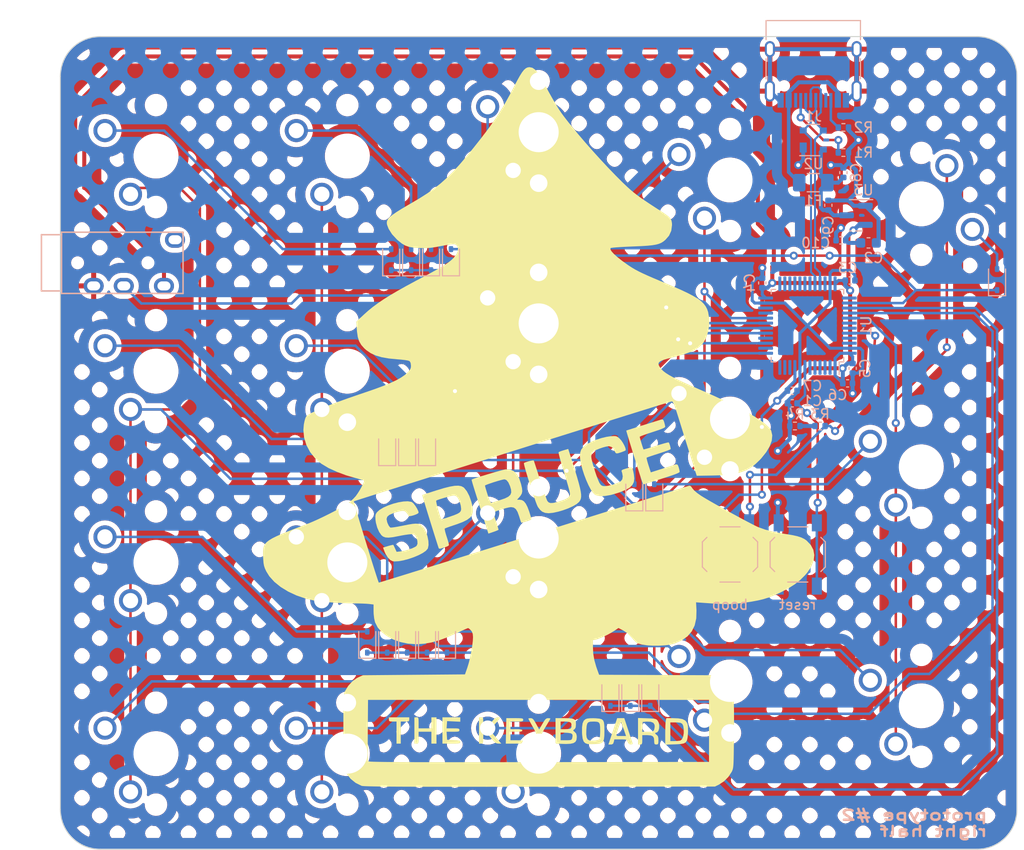
<source format=kicad_pcb>
(kicad_pcb (version 20221018) (generator pcbnew)
  (layers (0 "F.Cu" signal) (31 "B.Cu" signal) (34 "B.Paste" user) (35 "F.Paste" user) (36 "B.SilkS" user "B.Silkscreen") (37 "F.SilkS" user "F.Silkscreen") (38 "B.Mask" user) (39 "F.Mask" user) (44 "Edge.Cuts" user))
  (net 0 "")
  (net 1 "+5V")
  (net 2 "GND")
  (net 3 "+3V3")
  (net 4 "NRST")
  (net 5 "VBUS")
  (net 6 "Net-(J1-CC1)")
  (net 7 "row0")
  (net 8 "Net-(D1-A)")
  (net 10 "Net-(J1-CC2)")
  (net 12 "BOOT0")
  (net 13 "/C13")
  (net 14 "/C14")
  (net 15 "/C15")
  (net 16 "/F0")
  (net 17 "/F1")
  (net 18 "/B10")
  (net 19 "/B12")
  (net 20 "/B13")
  (net 21 "/B14")
  (net 22 "/B15")
  (net 23 "Net-(D2-A)")
  (net 24 "/B6")
  (net 25 "Net-(D3-A)")
  (net 26 "Net-(D4-A)")
  (net 27 "Net-(D5-A)")
  (net 28 "row1")
  (net 29 "Net-(D6-A)")
  (net 30 "Net-(D7-A)")
  (net 31 "/B8")
  (net 32 "TRRS")
  (net 33 "Net-(D8-A)")
  (net 34 "/A9")
  (net 35 "/A10")
  (net 36 "/A13")
  (net 37 "Net-(R3-Pad2)")
  (net 38 "Net-(D9-A)")
  (net 39 "D+")
  (net 40 "D-")
  (net 41 "Net-(D10-A)")
  (net 42 "row2")
  (net 43 "Net-(D11-A)")
  (net 44 "Net-(D12-A)")
  (net 45 "Net-(D13-A)")
  (net 46 "Net-(D14-A)")
  (net 47 "Net-(D15-A)")
  (net 48 "row3")
  (net 49 "Net-(D16-A)")
  (net 50 "Net-(D17-A)")
  (net 51 "Net-(D18-A)")
  (net 52 "col0")
  (net 53 "col1")
  (net 54 "col2")
  (net 55 "col3")
  (net 56 "col4")
  (net 57 "/A6")
  (net 58 "/B11")
  (net 59 "/A8")
  (net 60 "/A14")
  (net 61 "/A2")
  (net 62 "/A1")
  (net 63 "/A0")
  (net 64 "/A4")
  (net 65 "/B7")
  (net 67 "/B9")
  (footprint "PCM_marbastlib-mx:SW_MX_1.75u" (layer "F.Cu") (at 83.584375 77.6125 90)
    (fp_text reference "MX14" hide)
    (fp_text value "MX_SW_solder")
  )
  (footprint "PCM_marbastlib-mx:SW_MX_1u" (layer "F.Cu") (at 64.534375 84.75625 90)
    (fp_text reference "MX18" hide)
    (fp_text value "MX_SW_solder")
  )
  (footprint "PCM_marbastlib-mx:SW_MX_1u" (layer "F.Cu") (at 83.584375 51.41875 90)
    (fp_text reference "MX9" hide)
    (fp_text value "MX_SW_solder")
  )
  (footprint "PCM_marbastlib-mx:SW_MX_1u" (layer "F.Cu") (at 45.484375 65.70625 90)
    (fp_text reference "MX12" hide)
    (fp_text value "MX_SW_solder")
  )
  (footprint "PCM_marbastlib-mx:SW_MX_1u" (layer "F.Cu") (at 64.534375 41.89375 90)
    (fp_text reference "MX8" hide)
    (fp_text value "MX_SW_solder")
  )
  (footprint "PCM_marbastlib-mx:SW_MX_1u" (layer "F.Cu") (at 102.634375 56.18125 90)
    (fp_text reference "MX10" hide)
    (fp_text value "MX_SW_solder")
  )
  (footprint "PCM_marbastlib-mx:SW_MX_1.25u" (layer "F.Cu") (at 45.484375 25.225 90)
    (fp_text reference "MX2" hide)
    (fp_text value "MX_SW_solder")
  )
  (footprint "PCM_marbastlib-mx:SW_MX_1u" (layer "F.Cu") (at 45.484375 46.65625 90)
    (fp_text reference "MX7" hide)
    (fp_text value "MX_SW_solder")
  )
  (footprint "PCM_marbastlib-mx:SW_MX_1u" (layer "F.Cu") (at 26.434375 65.70625 90)
    (fp_text reference "MX11" hide)
    (fp_text value "MX_SW_solder")
  )
  (footprint "PCM_marbastlib-mx:SW_MX_1.5u" (layer "F.Cu") (at 102.634375 79.99375 90)
    (fp_text reference "MX15" hide)
    (fp_text value "MX_SW_solder")
  )
  (footprint "PCM_marbastlib-mx:SW_MX_1u" (layer "F.Cu") (at 26.434375 84.75625 90)
    (fp_text reference "MX16" hide)
    (fp_text value "MX_SW_solder")
  )
  (footprint "PCM_marbastlib-mx:SW_MX_1u" (layer "F.Cu") (at 64.534375 22.84375 90)
    (fp_text reference "MX3" hide)
    (fp_text value "MX_SW_solder")
  )
  (footprint "PCM_marbastlib-mx:SW_MX_1u" (layer "F.Cu") (at 45.484375 84.75625 90)
    (fp_text reference "MX17" hide)
    (fp_text value "MX_SW_solder")
  )
  (footprint "PCM_marbastlib-mx:SW_MX_1.25u" (layer "F.Cu") (at 64.534375 63.325 90)
    (fp_text reference "MX13" hide)
    (fp_text value "MX_SW_solder")
  )
  (footprint "PCM_marbastlib-mx:SW_MX_1.75u" (layer "F.Cu") (at 102.634375 29.9875 -90)
    (fp_text reference "MX5" hide)
    (fp_text value "MX_SW_solder")
  )
  (footprint "PCM_marbastlib-mx:SW_MX_1u" (layer "F.Cu") (at 26.434375 46.65625 90)
    (fp_text reference "MX6" hide)
    (fp_text value "MX_SW_solder")
  )
  (footprint "LOGO" (layer "F.Cu") (at 64.436029 53.026805)
    (fp_text reference "G***")
    (fp_text value "LOGO" hide)
  )
  (footprint "PCM_marbastlib-mx:SW_MX_1.25u" (layer "F.Cu") (at 26.434375 25.225 90)
    (fp_text reference "MX1" hide)
    (fp_text value "MX_SW_solder")
  )
  (footprint "PCM_marbastlib-mx:SW_MX_1.5u" (layer "F.Cu") (at 83.584375 27.60625 90)
    (fp_text reference "MX4" hide)
    (fp_text value "MX_SW_solder")
  )
  (footprint "PCM_marbastlib-xp-various:D_SOD-323_no_silk" (layer "B.Cu") (at 76.04375 58.959375 90)
    (fp_text reference "D10")
    (fp_text value "D_Small")
  )
  (footprint "PCM_marbastlib-xp-various:D_SOD-323_no_silk" (layer "B.Cu") (at 51.4375 54.453125 90)
    (fp_text reference "D7")
    (fp_text value "D_Small")
  )
  (footprint "PCM_marbastlib-xp-various:D_SOD-323_no_silk" (layer "B.Cu") (at 110.175 37.528125 90)
    (fp_text reference "D5")
    (fp_text value "D_Small")
  )
  (footprint "Capacitor_SMD:C_0402_1005Metric" (layer "B.Cu") (at 86.796875 37.8675 90)
    (fp_text reference "C4")
    (fp_text value "100nF")
  )
  (footprint "Package_QFP:LQFP-48_7x7mm_P0.5mm" (layer "B.Cu") (at 91.296875 42.1175 90)
    (fp_text reference "U1")
    (fp_text value "STM32F072CBT6")
  )
  (footprint "PCM_marbastlib-xp-various:D_SOD-323_no_silk" (layer "B.Cu") (at 74.059375 58.959375 90)
    (fp_text reference "D9")
    (fp_text value "D_Small")
  )
  (footprint "PCM_marbastlib-xp-various:D_SOD-323_no_silk" (layer "B.Cu") (at 73.6625 78.94375 90)
    (fp_text reference "D17")
    (fp_text value "D_Small")
  )
  (footprint "PCM_marbastlib-xp-various:D_SOD-323_no_silk" (layer "B.Cu") (at 53.81875 35.54375 90)
    (fp_text reference "D3")
    (fp_text value "D_Small")
  )
  (footprint "Capacitor_SMD:C_0402_1005Metric" (layer "B.Cu") (at 95.546875 37.6175)
    (fp_text reference "C3")
    (fp_text value "100nF")
  )
  (footprint "Button_Switch_SMD:SW_SPST_TL3342" (layer "B.Cu") (at 83.584375 64.9125 -90)
    (fp_text reference "boop")
    (fp_text value "SW_SPST")
  )
  (footprint "Keebio-Parts:TRRS-PJ-320A" (layer "B.Cu") (at 17.028125 35.859375 -90)
    (fp_text reference "U4")
    (fp_text value "TRRS")
  )
  (footprint "Package_TO_SOT_SMD:SOT-143" (layer "B.Cu") (at 91.875 23.62375)
    (fp_text reference "U2")
    (fp_text value "PRTR5V0U2X")
  )
  (footprint "Capacitor_SMD:C_0402_1005Metric" (layer "B.Cu") (at 95.796875 46.3675 -90)
    (fp_text reference "C5")
    (fp_text value "100nF")
  )
  (footprint "Button_Switch_SMD:SW_SPST_TL3342" (layer "B.Cu") (at 90.33125 64.9125 90)
    (fp_text reference "reset")
    (fp_text value "SW_SPST")
  )
  (footprint "PCM_marbastlib-xp-various:D_SOD-323_no_silk" (layer "B.Cu") (at 53.421875 73.64375 90)
    (fp_text reference "D14")
    (fp_text value "D_Small")
  )
  (footprint "PCM_marbastlib-xp-various:D_SOD-323_no_silk" (layer "B.Cu") (at 51.834375 35.54375 90)
    (fp_text reference "D2")
    (fp_text value "D_Small")
  )
  (footprint "PCM_marbastlib-xp-various:D_SOD-323_no_silk" (layer "B.Cu") (at 49.453125 73.64375 90)
    (fp_text reference "D12")
    (fp_text value "D_Small")
  )
  (footprint "PCM_marbastlib-xp-various:D_SOD-323_no_silk" (layer "B.Cu") (at 55.40625 73.64375 90)
    (fp_text reference "D15")
    (fp_text value "D_Small")
  )
  (footprint "Package_TO_SOT_SMD:SOT-23" (layer "B.Cu") (at 96.125 31.12375 180)
    (fp_text reference "U3")
    (fp_text value "XC6206PxxxMR-Regulator_Linear")
  )
  (footprint "PCM_marbastlib-xp-various:D_SOD-323_no_silk" (layer "B.Cu") (at 55.803125 35.54375 90)
    (fp_text reference "D4")
    (fp_text value "D_Small")
  )
  (footprint "Capacitor_SMD:C_0402_1005Metric" (layer "B.Cu") (at 95.296875 47.8675)
    (fp_text reference "C6")
    (fp_text value "100nF")
  )
  (footprint "PCM_marbastlib-xp-various:D_SOD-323_no_silk" (layer "B.Cu") (at 53.421875 54.453125 90)
    (fp_text reference "D8")
    (fp_text value "D_Small")
  )
  (footprint "Resistor_SMD:R_0402_1005Metric" (layer "B.Cu") (at 94.875 24.87375 180)
    (fp_text reference "R1")
    (fp_text value "5.1k")
  )
  (footprint "Capacitor_SMD:C_0402_1005Metric" (layer "B.Cu") (at 94.625 33.62375 180)
    (fp_text reference "C10")
    (fp_text value "1uF")
  )
  (footprint "Fuse:Fuse_1206_3216Metric" (layer "B.Cu") (at 91.875 27.87375)
    (fp_text reference "F1")
    (fp_text value "500mA")
  )
  (footprint "Capacitor_SMD:C_0402_1005Metric" (layer "B.Cu") (at 93.375 30.12375 90)
    (fp_text reference "C9")
    (fp_text value "1uF")
  )
  (footprint "PCM_marbastlib-xp-various:D_SOD-323_no_silk" (layer "B.Cu") (at 49.453125 54.453125 90)
    (fp_text reference "D6")
    (fp_text value "D_Small")
  )
  (footprint "Capacitor_SMD:C_0402_1005Metric" (layer "B.Cu") (at 89.783452 49.854077 180)
    (fp_text reference "C1")
    (fp_text value "100nF")
  )
  (footprint "Resistor_SMD:R_0402_1005Metric" (layer "B.Cu") (at 90.046875 52.1175 180)
    (fp_text reference "R4")
    (fp_text value "5.1k")
  )
  (footprint "Capacitor_SMD:C_0402_1005Metric" (layer "B.Cu") (at 89.783452 48.604077)
    (fp_text reference "C7")
    (fp_text value "100nF")
  )
  (footprint "Resistor_SMD:R_0402_1005Metric" (layer "B.Cu") (at 94.875 22.37375)
    (fp_text reference "R2")
    (fp_text value "5.1k")
  )
  (footprint "Connector_USB:USB_C_Receptacle_HRO_TYPE-C-31-M-12" (layer "B.Cu") (at 91.875 15.62375)
    (fp_text reference "J1")
    (fp_text value "USB_C_Receptacle_USB2.0")
  )
  (footprint "PCM_marbastlib-xp-various:D_SOD-323_no_silk" (layer "B.Cu") (at 75.646875 78.94375 90)
    (fp_text reference "D18")
    (fp_text value "D_Small")
  )
  (footprint "Resistor_SMD:R_0402_1005Metric" (layer "B.Cu") (at 92.546875 52.1175 180)
    (fp_text reference "R3")
    (fp_text value "5.1k")
  )
  (footprint "PCM_marbastlib-xp-various:D_SOD-323_no_silk" (layer "B.Cu") (at 49.85 35.54375 90)
    (fp_text reference "D1")
    (fp_text value "D_Small")
  )
  (footprint "PCM_marbastlib-xp-various:D_SOD-323_no_silk" (layer "B.Cu") (at 51.4375 73.64375 90)
    (fp_text reference "D13")
    (fp_text value "D_Small")
  )
  (footprint "Capacitor_SMD:C_0603_1608Metric" (layer "B.Cu") (at 97.375 33.87375)
    (fp_text reference "C2")
    (fp_text value "10uF")
  )
  (footprint "Capacitor_SMD:C_0402_1005Metric" (layer "B.Cu") (at 94.875 26.87375 90)
    (fp_text reference "C8")
    (fp_text value "100nF")
  )
  (footprint "PCM_marbastlib-xp-various:D_SOD-323_no_silk" (layer "B.Cu") (at 47.46875 73.64375 90)
    (fp_text reference "D11")
    (fp_text value "D_Small")
  )
  (footprint "PCM_marbastlib-xp-various:D_SOD-323_no_silk" (layer "B.Cu") (at 71.678125 78.94375 90)
    (fp_text reference "D16")
    (fp_text value "D_Small")
  )
  (gr_line (start 20.878125 13.31875) (end 108.190625 13.31875) (stroke (width 0.1)) (layer "Edge.Cuts"))
  (gr_line (start 16.909375 90.3125) (end 16.909375 17.2875) (stroke (width 0.1)) (layer "Edge.Cuts"))
  (gr_arc (start 16.909375 17.2875) (mid 18.071795 14.48117) (end 20.878125 13.31875) (stroke (width 0.1)) (layer "Edge.Cuts"))
  (gr_line (start 108.190625 94.28125) (end 20.878125 94.28125) (stroke (width 0.1)) (layer "Edge.Cuts"))
  (gr_arc (start 112.159375 90.3125) (mid 110.996955 93.11883) (end 108.190625 94.28125) (stroke (width 0.1)) (layer "Edge.Cuts"))
  (gr_arc (start 20.878125 94.28125) (mid 18.071795 93.11883) (end 16.909375 90.3125) (stroke (width 0.1)) (layer "Edge.Cuts"))
  (gr_line (start 112.159375 17.2875) (end 112.159375 90.3125) (stroke (width 0.1)) (layer "Edge.Cuts"))
  (gr_arc (start 108.190625 13.31875) (mid 110.996955 14.48117) (end 112.159375 17.2875) (stroke (width 0.1)) (layer "Edge.Cuts"))
  (gr_text "prototype #2\nright half" (at 109.38125 93.090625) (layer "B.SilkS") (effects (font (size 1 1.5) (thickness 0.25) bold) (justify left bottom mirror)))
  (segment (start 92.625 30.37375) (end 92.625 28.52375) (width 0.4) (layer "B.Cu") (net 1))
  (segment (start 92.625 24.82375) (end 92.875 24.57375) (width 0.4) (layer "B.Cu") (net 1))
  (segment (start 94.355 27.87375) (end 94.875 27.35375) (width 0.4) (layer "B.Cu") (net 1))
  (segment (start 95.1875 31.12375) (end 93.895 31.12375) (width 0.4) (layer "B.Cu") (net 1))
  (segment (start 92.625 27.22375) (end 92.625 24.82375) (width 0.4) (layer "B.Cu") (net 1))
  (segment (start 93.275 27.87375) (end 92.625 27.22375) (width 0.4) (layer "B.Cu") (net 1))
  (segment (start 93.895 31.12375) (end 93.375 30.60375) (width 0.4) (layer "B.Cu") (net 1))
  (segment (start 92.625 28.52375) (end 93.275 27.87375) (width 0.4) (layer "B.Cu") (net 1))
  (segment (start 93.275 27.87375) (end 94.355 27.87375) (width 0.4) (layer "B.Cu") (net 1))
  (segment (start 93.375 30.60375) (end 92.855 30.60375) (width 0.4) (layer "B.Cu") (net 1))
  (segment (start 92.855 30.60375) (end 92.625 30.37375) (width 0.4) (layer "B.Cu") (net 1))
  (segment (start 94.625 26.62375) (end 94.125 26.12375) (width 0.4) (layer "F.Cu") (net 2))
  (segment (start 86.796875 36.3675) (end 86.796875 49.8675) (width 0.4) (layer "F.Cu") (net 2))
  (segment (start 93.625 26.12375) (end 94.125 26.12375) (width 0.4) (layer "F.Cu") (net 2))
  (segment (start 96.375 23.87375) (end 94.125 26.12375) (width 0.4) (layer "F.Cu") (net 2))
  (segment (start 88.033452 51.104077) (end 89.665625 51.104077) (width 0.4) (layer "F.Cu") (net 2))
  (segment (start 96.375 23.62375) (end 96.375 23.87375) (width 0.4) (layer "F.Cu") (net 2))
  (segment (start 90.270029 48.8675) (end 88.033452 51.104077) (width 0.4) (layer "F.Cu") (net 2))
  (segment (start 88.346875 54.59375) (end 88.346875 59.753125) (width 0.4) (layer "F.Cu") (net 2))
  (segment (start 87.375 18.93375) (end 87.375 23.87375) (width 0.4) (layer "F.Cu") (net 2))
  (segment (start 94.625 32.37375) (end 94.625 26.62375) (width 0.4) (layer "F.Cu") (net 2))
  (segment (start 87.375 23.87375) (end 89.625 26.12375) (width 0.4) (layer "F.Cu") (net 2))
  (segment (start 95.796875 48.8675) (end 90.270029 48.8675) (width 0.4) (layer "F.Cu") (net 2))
  (segment (start 89.625 26.12375) (end 90.375 26.12375) (width 0.4) (layer "F.Cu") (net 2))
  (segment (start 86.796875 49.8675) (end 88.033452 51.104077) (width 0.4) (layer "F.Cu") (net 2))
  (segment (start 96.375 23.62375) (end 96.375 18.93375) (width 0.4) (layer "F.Cu") (net 2))
  (segment (start 90.375 26.12375) (end 93.625 26.12375) (width 0.4) (layer "F.Cu") (net 2))
  (via (at 89.665625 51.104077) (size 0.8) (drill 0.4) (layers "F.Cu" "B.Cu") (net 2))
  (via (at 88.346875 59.753125) (size 0.8) (drill 0.4) (layers "F.Cu" "B.Cu") (net 2))
  (via (at 94.625 32.37375) (size 0.8) (drill 0.4) (layers "F.Cu" "B.Cu") (net 2))
  (via (at 88.346875 54.59375) (size 0.8) (drill 0.4) (layers "F.Cu" "B.Cu") (net 2))
  (via (at 93.625 26.12375) (size 0.8) (drill 0.4) (layers "F.Cu" "B.Cu") (net 2))
  (via (at 96.375 23.62375) (size 0.8) (drill 0.4) (layers "F.Cu" "B.Cu") (net 2))
  (via (at 95.796875 48.8675) (size 0.8) (drill 0.4) (layers "F.Cu" "B.Cu") (net 2))
  (via (at 86.796875 36.3675) (size 0.8) (drill 0.4) (layers "F.Cu" "B.Cu") (net 2))
  (via (at 90.375 26.12375) (size 0.8) (drill 0.4) (layers "F.Cu" "B.Cu") (net 2))
  (segment (start 96.195 18.75375) (end 96.195 14.57375) (width 0.4) (layer "B.Cu") (net 2))
  (segment (start 85.796875 37.8675) (end 86.276875 37.3875) (width 0.3) (layer "B.Cu") (net 2))
  (segment (start 96.026875 37.0975) (end 96.026875 37.6175) (width 0.3) (layer "B.Cu") (net 2))
  (segment (start 90.263452 48.721633) (end 90.263452 48.604077) (width 0.4) (layer "B.Cu") (net 2))
  (segment (start 90.546875 46.28) (end 90.546875 48.320654) (width 0.3) (layer "B.Cu") (net 2))
  (segment (start 98.375 31.48625) (end 97.0625 30.17375) (width 0.4) (layer "B.Cu") (net 2))
  (segment (start 95.776875 47.8675) (end 95.796875 48.8675) (width 0.4) (layer "B.Cu") (net 2))
  (segment (start 89.536875 52.1175) (end 89.536875 53.40375) (width 0.4) (layer "B.Cu") (net 2))
  (segment (start 97.0625 30.17375) (end 95.905 30.17375) (width 0.4) (layer "B.Cu") (net 2))
  (segment (start 90.546875 46.28) (end 90.546875 42.8675) (width 0.3) (layer "B.Cu") (net 2))
  (segment (start 87.555 14.57375) (end 87.555 18.75375) (width 0.4) (layer "B.Cu") (net 2))
  (segment (start 90.546875 42.8675) (end 91.296875 42.1175) (width 0.3) (layer "B.Cu") (net 2))
  (segment (start 93.546875 37.955) (end 93.546875 39.8675) (width 0.3) (layer "B.Cu") (net 2))
  (segment (start 95.385 24.61375) (end 95.385 24.87375) (width 0.4) (layer "B.Cu") (net 2))
  (segment (start 88.346875 59.753125) (end 88.346875 61.678125) (width 0.4) (layer "B.Cu") (net 2))
  (segment (start 87.134375 39.8675) (end 89.046875 39.8675) (width 0.3) (layer "B.Cu") (net 2))
  (segment (start 96.375 23.62375) (end 95.385 22.63375) (width 0.4) (layer "B.Cu") (net 2))
  (segment (start 94.625 32.37375) (end 94.145 32.85375) (width 0.4) (layer "B.Cu") (net 2))
  (segment (start 95.459375 44.3675) (end 96.546875 44.3675) (width 0.3) (layer "B.Cu") (net 2))
  (segment (start 95.905 30.17375) (end 95.375 29.64375) (width 0.4) (layer "B.Cu") (net 2))
  (segment (start 95.796875 46.8475) (end 95.796875 47.8475) (width 0.4) (layer "B.Cu") (net 2))
  (segment (start 90.375 26.12375) (end 90.875 25.62375) (width 0.4) (layer "B.Cu") (net 2))
  (segment (start 86.796875 37.3875) (end 86.796875 36.3675) (width 0.4) (layer "B.Cu") (net 2))
  (segment (start 96.796875 44.6175) (end 96.796875 46.3675) (width 0.3) (layer "B.Cu") (net 2))
  (segment (start 98.375 33.64875) (end 98.375 31.48625) (width 0.4) (layer "B.Cu") (net 2))
  (segment (start 91.296875 42.1175) (end 93.546875 44.3675) (width 0.3) (layer "B.Cu") (net 2))
  (segment (start 96.316875 46.8475) (end 95.796875 46.8475) (width 0.3) (layer "B.Cu") (net 2))
  (segment (start 90.546875 48.320654) (end 90.263452 48.604077) (width 0.3) (layer "B.Cu") (net 2))
  (segment (start 95.125 19.66875) (end 95.28 19.66875) (width 0.4) (layer "B.Cu") (net 2))
  (segment (start 89.303452 49.854077) (end 89.303452 49.681633) (width 0.4) (layer "B.Cu") (net 2))
  (segment (start 96.195 14.57375) (end 87.555 14.57375) (width 0.4) (layer "B.Cu") (net 2))
  (segment (start 93.546875 39.8675) (end 91.296875 42.1175) (width 0.3) (layer "B.Cu") (net 2))
  (segment (start 95.28 19.66875) (end 96.195 18.75375) (width 0.4) (layer "B.Cu") (net 2))
  (segment (start 89.536875 52.1175) (end 89.536875 50.0875) (width 0.4) (layer "B.Cu") (net 2))
  (segment (start 93.625 26.12375) (end 94.605 26.12375) (width 0.4) (layer "B.Cu") (net 2))
  (segment (start 86.276875 37.3875) (end 86.796875 37.3875) (width 0.3) (layer "B.Cu") (net 2))
  (segment (start 90.875 25.62375) (end 90.875 24.37375) (width 0.4) (layer "B.Cu") (net 2))
  (segment (start 89.046875 39.8675) (end 91.296875 42.1175) (width 0.3) (layer "B.Cu") (net 2))
  (segment (start 88.346875 61.678125) (end 88.43125 61.7625) (width 0.4) (layer "B.Cu") (net 2))
  (segment (start 85.796875 39.6175) (end 85.796875 37.8675) (width 0.3) (layer "B.Cu") (net 2))
  (segment (start 95.385 25.88375) (end 96.125 26.62375) (width 0.4) (layer "B.Cu") (net 2))
  (segment (start 88.43125 61.7625) (end 88.43125 68.0625) (width 0.25) (layer "B.Cu") (net 2))
  (segment (start 96.125 28.89375) (end 95.375 29.64375) (width 0.4) (layer "B.Cu") (net 2))
  (segment (start 94.605 26.12375) (end 94.875 26.39375) (width 0.4) (layer "B.Cu") (net 2))
  (segment (start 95.385 25.88375) (end 95.385 24.87375) (width 0.4) (layer "B.Cu") (net 2))
  (segment (start 95.385 22.63375) (end 95.385 22.37375) (width 0.4) (layer "B.Cu") (net 2))
  (segment (start 87.555 18.75375) (end 88.47 19.66875) (width 0.4) (layer "B.Cu") (net 2))
  (segment (start 96.796875 46.3675) (end 96.316875 46.8475) (width 0.3) (layer "B.Cu") (net 2))
  (segment (start 88.47 19.66875) (end 88.625 19.66875) (width 0.4) (layer "B.Cu") (net 2))
  (segment (start 93.375 29.64375) (end 95.375 29.64375) (width 0.4) (layer "B.Cu") (net 2))
  (segment (start 96.546875 44.3675) (end 96.796875 44.6175) (width 0.3) (layer "B.Cu") (net 2))
  (segment (start 93.796875 36.6175) (end 95.546875 36.6175) (width 0.3) (layer "B.Cu") (net 2))
  (segment (start 87.134375 39.8675) (end 86.046875 39.8675) (width 0.3) (layer "B.Cu") (net 2))
  (segment (start 93.546875 36.8675) (end 93.796875 36.6175) (width 0.3) (layer "B.Cu") (net 2))
  (segment (start 96.125 26.62375) (end 96.125 28.89375) (width 0.4) (layer "B.Cu") (net 2))
  (segment (start 89.536875 53.40375) (end 88.346875 54.59375) (width 0.4) (layer "B.Cu") (net 2))
  (segment (start 96.375 23.62375) (end 95.385 24.61375) (width 0.4) (layer "B.Cu") (net 2))
  (segment (start 89.536875 50.0875) (end 89.303452 49.854077) (width 0.4) (layer "B.Cu") (net 2))
  (segment (start 86.046875 39.8675) (end 85.796875 39.6175) (width 0.3) (layer "B.Cu") (net 2))
  (segment (start 93.546875 44.3675) (end 95.459375 44.3675) (width 0.3) (layer "B.Cu") (net 2))
  (segment (start 94.145 32.85375) (end 94.145 33.62375) (width 0.4) (layer "B.Cu") (net 2))
  (segment (start 95.546875 36.6175) (end 96.026875 37.0975) (width 0.3) (layer "B.Cu") (net 2))
  (segment (start 93.546875 37.955) (end 93.546875 36.8675) (width 0.3) (layer "B.Cu") (net 2))
  (segment (start 89.303452 49.681633) (end 90.263452 48.721633) (width 0.4) (layer "B.Cu") (net 2))
  (segment (start 94.875 26.39375) (end 95.385 25.88375) (width 0.4) (layer "B.Cu") (net 2))
  (segment (start 95.546875 38.6175) (end 95.546875 45.6175) (width 0.4) (layer "F.Cu") (net 3))
  (segment (start 86.3625 26.415625) (end 85.171875 25.225) (width 0.4) (layer "F.Cu") (net 3))
  (segment (start 95.546875 38.6175) (end 94.796875 37.8675) (width 0.4) (layer "F.Cu") (net 3))
  (segment (start 86.759375 58.959375) (end 86.759375 52.2125) (width 0.25) (layer "F.Cu") (net 3))
  (segment (start 19.290625 28.4) (end 19.370832 28.4) (width 0.4) (layer "F.Cu") (net 3))
  (segment (start 80.0125 15.303125) (end 23.259375 15.303125) (width 0.4) (layer "F.Cu") (net 3))
  (segment (start 95.546875 45.6175) (end 94.796875 46.3675) (width 0.4) (layer "F.Cu") (net 3))
  (segment (start 94.796875 37.8675) (end 94.046875 37.8675) (width 0.4) (layer "F.Cu") (net 3))
  (segment (start 87.796875 36.236129) (end 87.95 36.083004) (width 0.4) (layer "F.Cu") (net 3))
  (segment (start 85.171875 25.225) (end 85.171875 20.4625) (width 0.4) (layer "F.Cu") (net 3))
  (segment (start 87.95 36.083004) (end 87.95 33.559375) (width 0.4) (layer "F.Cu") (net 3))
  (segment (start 19.370832 28.4) (end 27.228125 36.257293) (width 0.4) (layer "F.Cu") (net 3))
  (segment (start 88.283452 49.604077) (end 91.520029 46.3675) (width 0.4) (layer "F.Cu") (net 3))
  (segment (start 19.290625 19.271875) (end 19.290625 28.4) (width 0.4) (layer "F.Cu") (net 3))
  (segment (start 27.228125 36.257293) (end 27.228125 38.159375) (width 0.4) (layer "F.Cu") (net 3))
  (segment (start 86.3625 31.971875) (end 86.3625 26.415625) (width 0.4) (layer "F.Cu") (net 3))
  (segment (start 23.259375 15.303125) (end 19.290625 19.271875) (width 0.4) (layer "F.Cu") (net 3))
  (segment (start 87.796875 37.8675) (end 87.796875 36.236129) (width 0.4) (layer "F.Cu") (net 3))
  (segment (start 91.520029 46.3675) (end 94.796875 46.3675) (width 0.4) (layer "F.Cu") (net 3))
  (segment (start 95.875 32.62375) (end 95.375 33.12375) (width 0.4) (layer "F.Cu") (net 3))
  (segment (start 87.95 33.559375) (end 86.3625 31.971875) (width 0.4) (layer "F.Cu") (net 3))
  (segment (start 95.375 33.12375) (end 95.375 38.445625) (width 0.4) (layer "F.Cu") (net 3))
  (segment (start 95.375 38.445625) (end 95.546875 38.6175) (width 0.4) (layer "F.Cu") (net 3))
  (segment (start 87.796875 37.8675) (end 94.046875 37.8675) (width 0.4) (layer "F.Cu") (net 3))
  (segment (start 85.171875 20.4625) (end 80.0125 15.303125) (width 0.4) (layer "F.Cu") (net 3))
  (via (at 88.283452 49.604077) (size 0.8) (drill 0.4) (layers "F.Cu" "B.Cu") (net 3))
  (via (at 86.759375 58.959375) (size 0.8) (drill 0.4) (layers "F.Cu" "B.Cu") (net 3))
  (via (at 95.546875 38.6175) (size 0.8) (drill 0.4) (layers "F.Cu" "B.Cu") (net 3))
  (via (at 87.796875 37.8675) (size 0.8) (drill 0.4) (layers "F.Cu" "B.Cu") (net 3))
  (via (at 94.796875 46.3675) (size 0.8) (drill 0.4) (layers "F.Cu" "B.Cu") (net 3))
  (via (at 95.875 32.62375) (size 0.8) (drill 0.4) (layers "F.Cu" "B.Cu") (net 3))
  (via (at 86.759375 52.2125) (size 0.8) (drill 0.4) (layers "F.Cu" "B.Cu") (net 3))
  (segment (start 94.046875 37.955) (end 94.384375 37.6175) (width 0.3) (layer "B.Cu") (net 3))
  (segment (start 94.816875 46.3875) (end 94.816875 47.8675) (width 0.4) (layer "B.Cu") (net 3))
  (segment (start 89.283452 48.604077) (end 88.283452 49.604077) (width 0.4) (layer "B.Cu") (net 3))
  (segment (start 81.684375 68.0625) (end 81.684375 61.7625) (width 0.25) (layer "B.Cu") (net 3))
  (segment (start 95.546875 38.6175) (end 95.066875 38.1375) (width 0.4) (layer "B.Cu") (net 3))
  (segment (start 86.759375 52.2125) (end 86.759375 51.128154) (width 0.25) (layer "B.Cu") (net 3))
  (segment (start 97.0625 32.07375) (end 96.425 32.07375) (width 0.4) (layer "B.Cu") (net 3))
  (segment (start 94.816875 47.8675) (end 94.046875 47.0975) (width 0.3) (layer "B.Cu") (net 3))
  (segment (start 95.276875 45.8875) (end 95.796875 45.8875) (width 0.4) (layer "B.Cu") (net 3))
  (segment (start 86.796875 38.3475) (end 87.316875 38.3475) (width 0.4) (layer "B.Cu") (net 3))
  (segment (start 94.046875 47.0975) (end 94.046875 46.28) (width 0.3) (layer "B.Cu") (net 3))
  (segment (start 95.066875 38.1375) (end 95.066875 37.6175) (width 0.4) (layer "B.Cu") (net 3))
  (segment (start 94.384375 37.6175) (end 95.066875 37.6175) (width 0.3) (layer "B.Cu") (net 3))
  (segment (start 95.105 33.39375) (end 95.105 33.62375) (width 0.4) (layer "B.Cu") (net 3))
  (segment (start 96.425 32.07375) (end 95.105 33.39375) (width 0.4) (layer "B.Cu") (net 3))
  (segment (start 95.459375 44.8675) (end 94.546875 44.8675) (width 0.3) (layer "B.Cu") (net 3))
  (segment (start 95.355 33.87375) (end 96.6 33.87375) (width 0.4) (layer "B.Cu") (net 3))
  (segment (start 90.046875 47.6175) (end 89.303452 48.360923) (width 0.3) (layer "B.Cu") (net 3))
  (segment (start 94.546875 44.8675) (end 94.046875 45.3675) (width 0.3) (layer "B.Cu") (net 3))
  (segment (start 94.796875 46.3675) (end 95.276875 45.8875) (width 0.4) (layer "B.Cu") (net 3))
  (segment (start 90.046875 46.28) (end 90.046875 47.6175) (width 0.3) (layer "B.Cu") (net 3))
  (segment (start 94.046875 45.3675) (end 94.046875 46.28) (width 0.3) (layer "B.Cu") (net 3))
  (segment (start 89.303452 48.360923) (end 89.303452 48.604077) (width 0.3) (layer "B.Cu") (net 3))
  (segment (start 81.684375 61.7625) (end 84.4875 58.959375) (width 0.25) (layer "B.Cu") (net 3))
  (segment (start 96.425 32.07375) (end 95.875 32.62375) (width 0.4) (layer "B.Cu") (net 3))
  (segment (start 94.796875 46.3675) (end 94.816875 46.3875) (width 0.4) (layer "B.Cu") (net 3))
  (segment (start 86.796875 39.03) (end 86.796875 38.3475) (width 0.3) (layer "B.Cu") (net 3))
  (segment (start 87.316875 38.3475) (end 87.796875 37.8675) (width 0.4) (layer "B.Cu") (net 3))
  (segment (start 87.134375 39.3675) (end 86.796875 39.03) (width 0.3) (layer "B.Cu") (net 3))
  (segment (start 95.796875 45.205) (end 95.459375 44.8675) (width 0.3) (layer "B.Cu") (net 3))
  (segment (start 84.4875 58.959375) (end 86.759375 58.959375) (width 0.25) (layer "B.Cu") (net 3))
  (segment (start 95.796875 45.8875) (end 95.796875 45.205) (width 0.3) (layer "B.Cu") (net 3))
  (segment (start 86.759375 51.128154) (end 88.283452 49.604077) (width 0.25) (layer "B.Cu") (net 3))
  (segment (start 92.315625 59.753125) (end 92.315625 51.88625) (width 0.25) (layer "F.Cu") (net 4))
  (segment (start 92.315625 51.88625) (end 91.246875 50.8175) (width 0.25) (layer "F.Cu") (net 4))
  (via (at 92.315625 59.753125) (size 0.8) (drill 0.4) (layers "F.Cu" "B.Cu") (net 4))
  (via (at 91.246875 50.8175) (size 0.8) (drill 0.4) (layers "F.Cu" "B.Cu") (net 4))
  (segment (start 92.23125 68.0625) (end 92.23125 61.7625) (width 0.25) (layer "B.Cu") (net 4))
  (segment (start 91.046875 49.070654) (end 90.263452 49.854077) (width 0.25) (layer "B.Cu") (net 4))
  (segment (start 92.23125 59.8375) (end 92.315625 59.753125) (width 0.25) (layer "B.Cu") (net 4))
  (segment (start 91.046875 46.28) (end 91.046875 49.070654) (width 0.25) (layer "B.Cu") (net 4))
  (segment (start 92.23125 61.7625) (end 92.23125 59.8375) (width 0.25) (layer "B.Cu") (net 4))
  (segment (start 90.263452 49.854077) (end 91.226875 50.8175) (width 0.25) (layer "B.Cu") (net 4))
  (segment (start 91.226875 50.8175) (end 91.246875 50.8175) (width 0.25) (layer "B.Cu") (net 4))
  (segment (start 93.323167 17.87375) (end 90.431016 17.87375) (width 0.4) (layer "B.Cu") (net 5))
  (segment (start 89.425 26.82375) (end 90.475 27.87375) (width 0.35) (layer "B.Cu") (net 5))
  (segment (start 94.325 19.66875) (end 94.325 18.879766) (width 0.4) (layer "B.Cu") (net 5))
  (segment (start 93.323167 17.877933) (end 93.323167 17.87375) (width 0.4) (layer "B.Cu") (net 5))
  (segment (start 89.425 19.66875) (end 89.425 26.82375) (width 0.35) (layer "B.Cu") (net 5))
  (segment (start 94.325 18.879766) (end 93.323167 17.877933) (width 0.4) (layer "B.Cu") (net 5))
  (segment (start 89.425 18.879766) (end 89.425 19.66875) (width 0.4) (layer "B.Cu") (net 5))
  (segment (start 90.431016 17.87375) (end 89.425 18.879766) (width 0.4) (layer "B.Cu") (net 5))
  (segment (start 94.375 23.62375) (end 92.875 23.62375) (width 0.25) (layer "F.Cu") (net 6))
  (segment (start 92.875 23.62375) (end 90.625 21.37375) (width 0.25) (layer "F.Cu") (net 6))
  (via (at 94.375 23.62375) (size 0.8) (drill 0.4) (layers "F.Cu" "B.Cu") (net 6))
  (via (at 90.625 21.37375) (size 0.8) (drill 0.4) (layers "F.Cu" "B.Cu") (net 6))
  (segment (start 94.365 24.87375) (end 94.365 23.63375) (width 0.25) (layer "B.Cu") (net 6))
  (segment (start 94.365 23.63375) (end 94.375 23.62375) (width 0.25) (layer "B.Cu") (net 6))
  (segment (start 90.625 21.37375) (end 90.625 19.66875) (width 0.25) (layer "B.Cu") (net 6))
  (segment (start 89.934375 35.146875) (end 93.50625 35.146875) (width 0.25) (layer "F.Cu") (net 7))
  (via (at 89.934375 35.146875) (size 0.8) (drill 0.4) (layers "F.Cu" "B.Cu") (net 7))
  (via (at 93.50625 35.146875) (size 0.8) (drill 0.4) (layers "F.Cu" "B.Cu") (net 7))
  (segment (start 93.50625 35.146875) (end 98.665625 35.146875) (width 0.25) (layer "B.Cu") (net 7))
  (segment (start 100.807501 39.8675) (end 102.096876 38.578125) (width 0.25) (layer "B.Cu") (net 7))
  (segment (start 55.803125 36.59375) (end 49.85 36.59375) (width 0.25) (layer "B.Cu") (net 7))
  (segment (start 95.459375 39.8675) (end 100.807501 39.8675) (width 0.25) (layer "B.Cu") (net 7))
  (segment (start 57.25 35.146875) (end 70.090625 35.146875) (width 0.25) (layer "B.Cu") (net 7))
  (segment (start 98.665625 35.146875) (end 102.096876 38.578125) (width 0.25) (layer "B.Cu") (net 7))
  (segment (start 102.096876 38.578125) (end 110.175 38.578125) (width 0.25) (layer "B.Cu") (net 7))
  (segment (start 70.090625 35.146875) (end 89.934375 35.146875) (width 0.25) (layer "B.Cu") (net 7))
  (segment (start 55.803125 36.59375) (end 57.25 35.146875) (width 0.25) (layer "B.Cu") (net 7))
  (segment (start 27.244506 22.685) (end 39.053256 34.49375) (width 0.25) (layer "B.Cu") (net 8))
  (segment (start 39.053256 34.49375) (end 49.85 34.49375) (width 0.25) (layer "B.Cu") (net 8))
  (segment (start 21.354375 22.685) (end 27.244506 22.685) (width 0.25) (layer "B.Cu") (net 8))
  (segment (start 93.625 19.66875) (end 93.625 21.63375) (width 0.25) (layer "B.Cu") (net 10))
  (segment (start 93.625 21.63375) (end 94.365 22.37375) (width 0.25) (layer "B.Cu") (net 10))
  (segment (start 85.56875 56.975) (end 85.56875 60.15) (width 0.25) (layer "F.Cu") (net 12))
  (segment (start 98.046875 43.1175) (end 97.603125 48.6175) (width 0.25) (layer "F.Cu") (net 12))
  (segment (start 97.603125 48.6175) (end 94.046875 52.6175) (width 0.25) (layer "F.Cu") (net 12))
  (via (at 85.56875 56.975) (size 0.8) (drill 0.4) (layers "F.Cu" "B.Cu") (net 12))
  (via (at 85.56875 60.15) (size 0.8) (drill 0.4) (layers "F.Cu" "B.Cu") (net 12))
  (via (at 98.046875 43.1175) (size 0.8) (drill 0.4) (layers "F.Cu" "B.Cu") (net 12))
  (via (at 94.046875 52.6175) (size 0.8) (drill 0.4) (layers "F.Cu" "B.Cu") (net 12))
  (segment (start 95.459375 42.8675) (end 97.796875 42.8675) (width 0.25) (layer "B.Cu") (net 12))
  (segment (start 85.484375 68.0625) (end 85.484375 61.7625) (width 0.25) (layer "B.Cu") (net 12))
  (segment (start 93.056875 52.1175) (end 88.199375 56.975) (width 0.25) (layer "B.Cu") (net 12))
  (segment (start 85.56875 61.678125) (end 85.484375 61.7625) (width 0.25) (layer "B.Cu") (net 12))
  (segment (start 88.199375 56.975) (end 85.56875 56.975) (width 0.25) (layer "B.Cu") (net 12))
  (segment (start 94.046875 52.6175) (end 93.546875 52.1175) (width 0.25) (layer "B.Cu") (net 12))
  (segment (start 85.56875 60.15) (end 85.56875 61.678125) (width 0.25) (layer "B.Cu") (net 12))
  (segment (start 93.546875 52.1175) (end 93.056875 52.1175) (width 0.25) (layer "B.Cu") (net 12))
  (segment (start 97.796875 42.8675) (end 98.046875 43.1175) (width 0.25) (layer "B.Cu") (net 12))
  (segment (start 46.294506 22.685) (end 51.834375 28.224869) (width 0.25) (layer "B.Cu") (net 23))
  (segment (start 51.834375 28.224869) (end 51.834375 34.49375) (width 0.25) (layer "B.Cu") (net 23))
  (segment (start 40.404375 22.685) (end 46.294506 22.685) (width 0.25) (layer "B.Cu") (net 23))
  (segment (start 53.81875 33.428095) (end 53.81875 34.49375) (width 0.25) (layer "B.Cu") (net 25))
  (segment (start 59.454375 20.30375) (end 59.454375 27.79247) (width 0.25) (layer "B.Cu") (net 25))
  (segment (start 59.454375 27.79247) (end 53.81875 33.428095) (width 0.25) (layer "B.Cu") (net 25))
  (segment (start 78.504375 25.06625) (end 69.076875 34.49375) (width 0.25) (layer "B.Cu") (net 26))
  (segment (start 69.076875 34.49375) (end 55.803125 34.49375) (width 0.25) (layer "B.Cu") (net 26))
  (segment (start 110.175 34.988125) (end 107.714375 32.5275) (width 0.25) (layer "B.Cu") (net 27))
  (segment (start 110.175 36.478125) (end 110.175 34.988125) (width 0.25) (layer "B.Cu") (net 27))
  (segment (start 69.553125 55.503125) (end 74.059375 60.009375) (width 0.25) (layer "B.Cu") (net 28))
  (segment (start 49.453125 55.503125) (end 53.421875 55.503125) (width 0.25) (layer "B.Cu") (net 28))
  (segment (start 69.553125 52.75) (end 77.435625 44.8675) (width 0.25) (layer "B.Cu") (net 28))
  (segment (start 53.421875 55.503125) (end 69.553125 55.503125) (width 0.25) (layer "B.Cu") (net 28))
  (segment (start 74.059375 60.009375) (end 76.04375 60.009375) (width 0.25) (layer "B.Cu") (net 28))
  (segment (start 77.435625 44.8675) (end 87.134375 44.8675) (width 0.25) (layer "B.Cu") (net 28))
  (segment (start 69.553125 55.503125) (end 69.553125 52.75) (width 0.25) (layer "B.Cu") (net 28))
  (segment (start 37.94375 53.403125) (end 49.453125 53.403125) (width 0.25) (layer "B.Cu") (net 29))
  (segment (start 28.656875 44.11625) (end 37.94375 53.403125) (width 0.25) (layer "B.Cu") (net 29))
  (segment (start 21.354375 44.11625) (end 28.656875 44.11625) (width 0.25) (layer "B.Cu") (net 29))
  (segment (start 40.404375 44.11625) (end 46.294506 44.11625) (width 0.25) (layer "B.Cu") (net 30))
  (segment (start 46.294506 44.11625) (end 51.4375 49.259244) (width 0.25) (layer "B.Cu") (net 30))
  (segment (start 51.4375 49.259244) (end 51.4375 53.403125) (width 0.25) (layer "B.Cu") (net 30))
  (segment (start 77.234375 40.30625) (end 79.615625 42.6875) (width 0.25) (layer "F.Cu") (net 32))
  (segment (start 79.615625 42.6875) (end 79.615625 43.878125) (width 0.25) (layer "F.Cu") (net 32))
  (via (at 77.234375 40.30625) (size 0.8) (drill 0.4) (layers "F.Cu" "B.Cu") (net 32))
  (via (at 79.615625 43.878125) (size 0.8) (drill 0.4) (layers "F.Cu" "B.Cu") (net 32))
  (segment (start 75.25 38.321875) (end 62.55 38.321875) (width 0.25) (layer "B.Cu") (net 32))
  (segment (start 39.928125 39.909375) (end 24.978125 39.909375) (width 0.25) (layer "B.Cu") (net 32))
  (segment (start 57.190358 37.331517) (end 55.40625 39.115625) (width 0.25) (layer "B.Cu") (net 32))
  (segment (start 77.234375 40.30625) (end 75.25 38.321875) (width 0.25) (layer "B.Cu") (net 32))
  (segment (start 24.978125 39.909375) (end 23.228125 38.159375) (width 0.25) (layer "B.Cu") (net 32))
  (segment (start 61.559642 37.331517) (end 57.190358 37.331517) (width 0.25) (layer "B.Cu") (net 32))
  (segment (start 79.62625 43.8675) (end 87.134375 43.8675) (width 0.25) (layer "B.Cu") (net 32))
  (segment (start 55.40625 39.115625) (end 40.721875 39.115625) (width 0.25) (layer "B.Cu") (net 32))
  (segment (start 40.721875 39.115625) (end 39.928125 39.909375) (width 0.25) (layer "B.Cu") (net 32))
  (segment (start 79.615625 43.878125) (end 79.62625 43.8675) (width 0.25) (layer "B.Cu") (net 32))
  (segment (start 62.55 38.321875) (end 61.559642 37.331517) (width 0.25) (layer "B.Cu") (net 32))
  (segment (start 59.454375 39.35375) (end 53.421875 45.38625) (width 0.25) (layer "B.Cu") (net 33))
  (segment (start 53.421875 45.38625) (end 53.421875 53.403125) (width 0.25) (layer "B.Cu") (net 33))
  (segment (start 90.556875 52.1175) (end 92.036875 52.1175) (width 0.4) (layer "B.Cu") (net 37))
  (segment (start 74.059375 57.909375) (end 74.059375 53.32375) (width 0.25) (layer "B.Cu") (net 38))
  (segment (start 74.059375 53.32375) (end 78.504375 48.87875) (width 0.25) (layer "B.Cu") (net 38))
  (segment (start 92.05 36.33625) (end 92.05 23.54875) (width 0.2) (layer "B.Cu") (net 39))
  (segment (start 92.375 18.37375) (end 91.875 18.37375) (width 0.2) (layer "B.Cu") (net 39))
  (segment (start 92.546875 36.833125) (end 92.05 36.33625) (width 0.2) (layer "B.Cu") (net 39))
  (segment (start 91.875 18.37375) (end 91.625 18.62375) (width 0.2) (layer "B.Cu") (net 39))
  (segment (start 92.125 21.37375) (end 92.125 21.92375) (width 0.2) (layer "B.Cu") (net 39))
  (segment (start 92.546875 37.955) (end 92.546875 36.833125) (width 0.2) (layer "B.Cu") (net 39))
  (segment (start 91.625 18.62375) (end 91.625 19.66875) (width 0.2) (layer "B.Cu") (net 39))
  (segment (start 92.625 18.62375) (end 92.375 18.37375) (width 0.2) (layer "B.Cu") (net 39))
  (segment (start 92.125 21.92375) (end 92.875 22.67375) (width 0.2) (layer "B.Cu") (net 39))
  (segment (start 92.05 23.54875) (end 92.875 22.72375) (width 0.2) (layer "B.Cu") (net 39))
  (segment (start 92.625 19.66875) (end 92.625 18.62375) (width 0.2) (layer "B.Cu") (net 39))
  (segment (start 92.625 20.87375) (end 92.125 21.37375) (width 0.2) (layer "B.Cu") (net 39))
  (segment (start 92.625 19.66875) (end 92.625 20.87375) (width 0.2) (layer "B.Cu") (net 39))
  (segment (start 91.625 21.92375) (end 91.625 20.87375) (width 0.2) (layer "B.Cu") (net 40))
  (segment (start 91.375 20.87375) (end 91.125 20.62375) (width 0.2) (layer "B.Cu") (net 40))
  (segment (start 90.875 22.67375) (end 91.625 21.92375) (width 0.2) (layer "B.Cu") (net 40))
  (segment (start 91.65 33.16125) (end 91.65 23.49875) (width 0.2) (layer "B.Cu") (net 40))
  (segment (start 90.875 22.72375) (end 91.65 23.49875) (width 0.2) (layer "B.Cu") (net 40))
  (segment (start 91.125 20.62375) (end 91.125 19.66875) (width 0.2) (layer "B.Cu") (net 40))
  (segment (start 92.125 19.66875) (end 92.125 20.62375) (width 0.2) (layer "B.Cu") (net 40))
  (segment (start 92.125 20.62375) (end 91.875 20.87375) (width 0.2) (layer "B.Cu") (net 40))
  (segment (start 92.046875 37.18717) (end 92.046875 37.955) (width 0.2) (layer "B.Cu") (net 40))
  (segment (start 91.65 36.790295) (end 92.046875 37.18717) (width 0.2) (layer "B.Cu") (net 40))
  (segment (start 91.625 20.87375) (end 91.375 20.87375) (width 0.2) (layer "B.Cu") (net 40))
  (segment (start 91.875 20.87375) (end 91.625 20.87375) (width 0.2) (layer "B.Cu") (net 40))
  (segment (start 91.65 33.16125) (end 91.65 36.790295) (width 0.2) (layer "B.Cu") (net 40))
  (segment (start 76.04375 57.909375) (end 93.28625 57.909375) (width 0.25) (layer "B.Cu") (net 41))
  (segment (start 93.28625 57.909375) (end 97.554375 53.64125) (width 0.25) (layer "B.Cu") (net 41))
  (segment (start 75.50625 74.69375) (end 80.409375 79.596875) (width 0.25) (layer "B.Cu") (net 42))
  (segment (start 103.428125 76.81875) (end 109.725 70.521875) (width 0.25) (layer "B.Cu") (net 42))
  (segment (start 80.409375 79.596875) (end 81.6 79.596875) (width 0.25) (layer "B.Cu") (net 42))
  (segment (start 81.6 79.596875) (end 82.790625 80.7875) (width 0.25) (layer "B.Cu") (net 42))
  (segment (start 55.40625 74.69375) (end 75.50625 74.69375) (width 0.25) (layer "B.Cu") (net 42))
  (segment (start 109.725 70.521875) (end 109.725 42.6875) (width 0.25) (layer "B.Cu") (net 42))
  (segment (start 47.46875 74.69375) (end 55.40625 74.69375) (width 0.25) (layer "B.Cu") (net 42))
  (segment (start 82.790625 80.7875) (end 97.475 80.7875) (width 0.25) (layer "B.Cu") (net 42))
  (segment (start 95.459375 40.8675) (end 107.904999 40.8675) (width 0.25) (layer "B.Cu") (net 42))
  (segment (start 97.475 80.7875) (end 101.44375 76.81875) (width 0.25) (layer "B.Cu") (net 42))
  (segment (start 107.904999 40.8675) (end 109.354687 42.317188) (width 0.25) (layer "B.Cu") (net 42))
  (segment (start 109.725 42.6875) (end 109.354687 42.317188) (width 0.25) (layer "B.Cu") (net 42))
  (segment (start 101.44375 76.81875) (end 103.428125 76.81875) (width 0.25) (layer "B.Cu") (net 42))
  (segment (start 40.465625 72.59375) (end 47.46875 72.59375) (width 0.25) (layer "B.Cu") (net 43))
  (segment (start 31.038125 63.16625) (end 40.465625 72.59375) (width 0.25) (layer "B.Cu") (net 43))
  (segment (start 21.354375 63.16625) (end 31.038125 63.16625) (width 0.25) (layer "B.Cu") (net 43))
  (segment (start 49.453125 65.309375) (end 49.453125 72.59375) (width 0.25) (layer "B.Cu") (net 44))
  (segment (start 47.31 63.16625) (end 49.453125 65.309375) (width 0.25) (layer "B.Cu") (net 44))
  (segment (start 40.404375 63.16625) (end 47.31 63.16625) (width 0.25) (layer "B.Cu") (net 44))
  (segment (start 51.4375 72.59375) (end 51.4375 68.801875) (width 0.25) (layer "B.Cu") (net 45))
  (segment (start 51.4375 68.801875) (end 59.454375 60.785) (width 0.25) (layer "B.Cu") (net 45))
  (segment (start 54.56875 74.040625) (end 77.4725 74.040625) (width 0.25) (layer "B.Cu") (net 46))
  (segment (start 77.4725 74.040625) (end 78.504375 75.0725) (width 0.25) (layer "B.Cu") (net 46))
  (segment (start 53.421875 72.89375) (end 54.56875 74.040625) (width 0.25) (layer "B.Cu") (net 46))
  (segment (start 53.421875 72.59375) (end 53.421875 72.89375) (width 0.25) (layer "B.Cu") (net 46))
  (segment (start 94.538125 74.4375) (end 97.554375 77.45375) (width 0.25) (layer "B.Cu") (net 47))
  (segment (start 81.203125 74.4375) (end 94.538125 74.4375) (width 0.25) (layer "B.Cu") (net 47))
  (segment (start 55.40625 72.59375) (end 79.359375 72.59375) (width 0.25) (layer "B.Cu") (net 47))
  (segment (start 79.359375 72.59375) (end 81.203125 74.4375) (width 0.25) (layer "B.Cu") (net 47))
  (segment (start 71.678125 79.99375) (end 75.646875 79.99375) (width 0.25) (layer "B.Cu") (net 48))
  (segment (start 110.175 42.501104) (end 108.48226 40.808365) (width 0.25) (layer "B.Cu") (net 48))
  (segment (start 110.175 43.084375) (end 110.175 42.501104) (width 0.25) (layer "B.Cu") (net 48))
  (segment (start 83.98125 88.328125) (end 106.603125 88.328125) (width 0.25) (layer "B.Cu") (net 48))
  (segment (start 95.459375 40.3675) (end 108.041395 40.3675) (width 0.25) (layer "B.Cu") (net 48))
  (segment (start 110.175 84.75625) (end 110.175 43.084375) (width 0.25) (layer "B.Cu") (net 48))
  (segment (start 75.646875 79.99375) (end 83.98125 88.328125) (width 0.25) (layer "B.Cu") (net 48))
  (segment (start 106.603125 88.328125) (end 110.175 84.75625) (width 0.25) (layer "B.Cu") (net 48))
  (segment (start 108.041395 40.3675) (end 108.48226 40.808365) (width 0.25) (layer "B.Cu") (net 48))
  (segment (start 71.34375 77.559375) (end 26.01125 77.559375) (width 0.25) (layer "B.Cu") (net 49))
  (segment (start 26.01125 77.559375) (end 21.354375 82.21625) (width 0.25) (layer "B.Cu") (net 49))
  (segment (start 71.678125 77.89375) (end 71.34375 77.559375) (width 0.25) (layer "B.Cu") (net 49))
  (segment (start 72.753125 78.803125) (end 66.121875 78.803125) (width 0.25) (layer "B.Cu") (net 50))
  (segment (start 48.42125 82.21625) (end 40.404375 82.21625) (width 0.25) (layer "B.Cu") (net 50))
  (segment (start 66.121875 78.803125) (end 65.328125 78.009375) (width 0.25) (layer "B.Cu") (net 50))
  (segment (start 65.328125 78.009375) (end 52.628125 78.009375) (width 0.25) (layer "B.Cu") (net 50))
  (segment (start 73.6625 77.89375) (end 72.753125 78.803125) (width 0.25) (layer "B.Cu") (net 50))
  (segment (start 52.628125 78.009375) (end 48.42125 82.21625) (width 0.25) (layer "B.Cu") (net 50))
  (segment (start 75.646875 77.89375) (end 74.171875 79.36875) (width 0.25) (layer "B.Cu") (net 51))
  (segment (start 74.171875 79.36875) (end 69.525 79.36875) (width 0.25) (layer "B.Cu") (net 51))
  (segment (start 66.6775 82.21625) (end 59.454375 82.21625) (width 0.25) (layer "B.Cu") (net 51))
  (segment (start 69.525 79.36875) (end 66.6775 82.21625) (width 0.25) (layer "B.Cu") (net 51))
  (segment (start 28.815625 28.4) (end 30.8 30.384375) (width 0.25) (layer "F.Cu") (net 52))
  (segment (start 67.3125 56.578125) (end 78.425 45.465625) (width 0.25) (layer "F.Cu") (net 52))
  (segment (start 78.425 45.465625) (end 78.425 43.48125) (width 0.25) (layer "F.Cu") (net 52))
  (segment (start 24.529375 28.4) (end 28.815625 28.4) (width 0.25) (layer "F.Cu") (net 52))
  (segment (start 30.8 30.384375) (end 30.8 47.45) (width 0.25) (layer "F.Cu") (net 52))
  (segment (start 27.78375 50.46625) (end 23.894375 50.46625) (width 0.25) (layer "F.Cu") (net 52))
  (segment (start 30.8 47.45) (end 27.78375 50.46625) (width 0.25) (layer "F.Cu") (net 52))
  (segment (start 23.894375 50.46625) (end 23.894375 88.56625) (width 0.25) (layer "F.Cu") (net 52))
  (segment (start 23.894375 29.035) (end 24.529375 28.4) (width 0.25) (layer "F.Cu") (net 52))
  (via (at 67.3125 56.578125) (size 0.8) (drill 0.4) (layers "F.Cu" "B.Cu") (net 52))
  (via (at 78.425 43.48125) (size 0.8) (drill 0.4) (layers "F.Cu" "B.Cu") (net 52))
  (segment (start 26.932142 50.46625) (end 33.837767 57.371875) (width 0.25) (layer "B.Cu") (net 52))
  (segment (start 47.865625 56.578125) (end 67.3125 56.578125) (width 0.25) (layer "B.Cu") (net 52))
  (segment (start 33.837767 57.371875) (end 47.071875 57.371875) (width 0.25) (layer "B.Cu") (net 52))
  (segment (start 79.03875 42.8675) (end 87.134375 42.8675) (width 0.25) (layer "B.Cu") (net 52))
  (segment (start 23.894375 50.46625) (end 26.932142 50.46625) (width 0.25) (layer "B.Cu") (net 52))
  (segment (start 78.425 43.48125) (end 79.03875 42.8675) (width 0.25) (layer "B.Cu") (net 52))
  (segment (start 47.071875 57.371875) (end 47.865625 56.578125) (width 0.25) (layer "B.Cu") (net 52))
  (segment (start 54.374375 50.46625) (end 42.944375 50.46625) (width 0.25) (layer "F.Cu") (net 53))
  (segment (start 56.2 48.640625) (end 54.374375 50.46625) (width 0.25) (layer "F.Cu") (net 53))
  (segment (start 42.944375 88.56625) (end 42.944375 29.035) (width 0.25) (layer "F.Cu") (net 53))
  (via (at 56.2 48.640625) (size 0.8) (drill 0.4) (layers "F.Cu" "B.Cu") (net 53))
  (segment (start 71.998125 42.3675) (end 65.725 48.640625) (width 0.25) (layer "B.Cu") (net 53))
  (segment (start 87.134375 42.3675) (end 71.998125 42.3675) (width 0.25) (layer "B.Cu") (net 53))
  (segment (start 65.725 48.640625) (end 56.2 48.640625) (width 0.25) (layer "B.Cu") (net 53))
  (segment (start 61.994375 88.56625) (end 61.994375 26.65375) (width 0.25) (layer "F.Cu") (net 54))
  (segment (start 69.323125 41.8675) (end 66.121875 45.06875) (width 0.25) (layer "B.Cu") (net 54))
  (segment (start 87.134375 41.8675) (end 69.323125 41.8675) (width 0.25) (layer "B.Cu") (net 54))
  (segment (start 63.5025 45.70375) (end 61.994375 45.70375) (width 0.25) (layer "B.Cu") (net 54))
  (segment (start 66.121875 45.06875) (end 64.1375 45.06875) (width 0.25) (layer "B.Cu") (net 54))
  (segment (start 64.1375 45.06875) (end 63.5025 45.70375) (width 0.25) (layer "B.Cu") (net 54))
  (segment (start 81.044375 55.22875) (end 81.044375 31.41625) (width 0.25) (layer "F.Cu") (net 55))
  (segment (start 76.04375 76.421875) (end 76.04375 60.229375) (width 0.25) (layer "F.Cu") (net 55))
  (segment (start 76.04375 60.229375) (end 81.044375 55.22875) (width 0.25) (layer "F.Cu") (net 55))
  (segment (start 81.044375 81.4225) (end 76.04375 76.421875) (width 0.25) (layer "F.Cu") (net 55))
  (via (at 81.044375 38.71875) (size 0.8) (drill 0.4) (layers "F.Cu" "B.Cu") (net 55))
  (segment (start 83.693125 41.3675) (end 81.044375 38.71875) (width 0.25) (layer "B.Cu") (net 55))
  (segment (start 87.134375 41.3675) (end 83.693125 41.3675) (width 0.25) (layer "B.Cu") (net 55))
  (segment (start 100.094375 51.815625) (end 100.094375 49.593125) (width 0.25) (layer "F.Cu") (net 56))
  (segment (start 100.094375 59.99125) (end 100.094375 51.815625) (width 0.25) (layer "F.Cu") (net 56))
  (segment (start 100.094375 59.99125) (end 100.094375 83.80375) (width 0.25) (layer "F.Cu") (net 56))
  (segment (start 100.094375 49.593125) (end 105.174375 44.513125) (width 0.25) (layer "F.Cu") (net 56))
  (segment (start 105.174375 44.275) (end 105.174375 26.1775) (width 0.25) (layer "F.Cu") (net 56))
  (segment (start 105.174375 44.513125) (end 105.174375 44.275) (width 0.25) (layer "F.Cu") (net 56))
  (via (at 105.174375 44.275) (size 0.8) (drill 0.4) (layers "F.Cu" "B.Cu") (net 56))
  (via (at 100.094375 51.815625) (size 0.8) (drill 0.4) (layers "F.Cu" "B.Cu") (net 56))
  (segment (start 95.459375 41.3675) (end 97.32218 41.3675) (width 0.25) (layer "B.Cu") (net 56))
  (segment (start 100.094375 44.139695) (end 100.094375 51.815625) (width 0.25) (layer "B.Cu") (net 56))
  (segment (start 97.32218 41.3675) (end 100.094375 44.139695) (width 0.25) (layer "B.Cu") (net 56))
  (zone (net 2) (net_name "GND") (layer "F.Cu") (connect_pads (clearance 0.5)) (min_thickness 0.25) (fill yes (mode hatch) (thermal_gap 0.5) (thermal_bridge_width 0.5) (hatch_thickness 1) (hatch_gap 1.5) (hatch_orientation 45) (hatch_smoothing_level 3) (hatch_smoothing_value 1) (hatch_border_algorithm hatch_thickness) (hatch_min_hole_area 0.3))
    (polygon (pts (xy 16.909375 13.31875) (xy 112.159375 13.31875) (xy 112.159375 94.28125) (xy 16.909375 94.28125)))
  )
  (zone (net 0) (net_name "") (layer "B.Cu") (priority 1) (connect_pads (clearance 0.5)) (min_thickness 0.25) (fill yes (mode hatch) (thermal_gap 0.5) (thermal_bridge_width 0.5) (island_removal_mode 1) (island_area_min 10) (hatch_thickness 1) (hatch_gap 1.5) (hatch_orientation 45) (hatch_smoothing_level 3) (hatch_smoothing_value 1) (hatch_border_algorithm hatch_thickness) (hatch_min_hole_area 0.3))
    (polygon (pts (xy 112.159375 13.31875) (xy 112.159375 94.28125) (xy 16.909375 94.28125) (xy 16.909375 13.31875)))
  )
)
</source>
